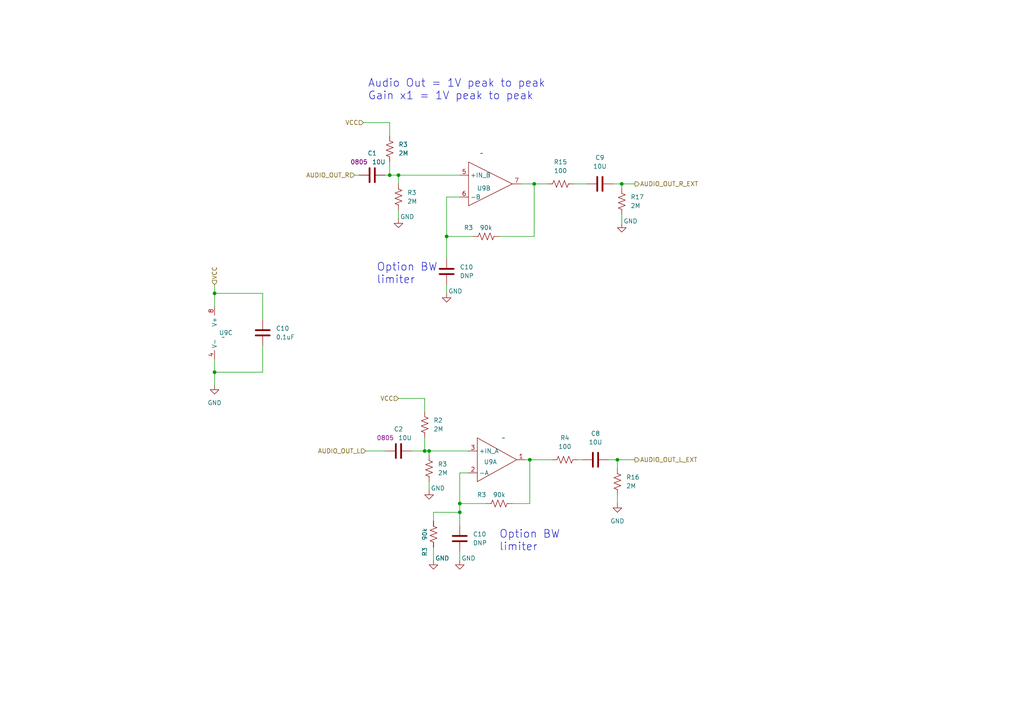
<source format=kicad_sch>
(kicad_sch (version 20230121) (generator eeschema)
  (paper "A4")
  (lib_symbols
    (symbol "Device:C" (pin_numbers hide) (pin_names (offset 0.254))
      (property "Reference" "C" (at 0.635 2.54 0))
      (property "Value" "C" (at 0.635 -2.54 0))
      (symbol "C_0_1"
        (polyline (pts (xy -2.032 -0.762) (xy 2.032 -0.762)) (stroke (width 0.508)))
        (polyline (pts (xy -2.032 0.762) (xy 2.032 0.762)) (stroke (width 0.508)))
      )
      (symbol "C_1_1"
        (pin passive line (at 0 3.81 270) (length 2.794) (name "~") (number "1"))
        (pin passive line (at 0 -3.81 90) (length 2.794) (name "~") (number "2"))
      )
    )
    (symbol "Device:R_US" (pin_numbers hide) (pin_names (offset 0))
      (property "Reference" "R" (at 2.54 0 90))
      (property "Value" "R_US" (at -2.54 0 90))
      (symbol "R_US_0_1"
        (polyline (pts (xy 0 -2.286) (xy 0 -2.54)))
        (polyline (pts (xy 0 2.286) (xy 0 2.54)))
        (polyline (pts (xy 0 -0.762) (xy 1.016 -1.143) (xy 0 -1.524) (xy -1.016 -1.905) (xy 0 -2.286)))
        (polyline (pts (xy 0 0.762) (xy 1.016 0.381) (xy 0 0) (xy -1.016 -0.381) (xy 0 -0.762)))
        (polyline (pts (xy 0 2.286) (xy 1.016 1.905) (xy 0 1.524) (xy -1.016 1.143) (xy 0 0.762)))
      )
      (symbol "R_US_1_1"
        (pin passive line (at 0 3.81 270) (length 1.27) (name "~") (number "1"))
        (pin passive line (at 0 -3.81 90) (length 1.27) (name "~") (number "2"))
      )
    )
    (symbol "OPA1688_SOIC8_1"
      (property "Reference" "U" (at 2.54 0 0))
      (symbol "OPA1688_SOIC8_1_1_1"
        (polyline (pts (xy 0 6.35) (xy 0 -6.35) (xy 11.43 0) (xy 0 6.35) (xy 0 6.35)))
        (pin output line (at 13.97 0 180) (length 2.54) (name "") (number "1"))
        (pin input line (at -2.54 3.81 0) (length 2.54) (name "-A") (number "2"))
        (pin input line (at -2.54 -2.54 0) (length 2.54) (name "+IN_A") (number "3"))
      )
      (symbol "OPA1688_SOIC8_1_2_1"
        (polyline (pts (xy 0 6.35) (xy 0 -6.35) (xy 12.7 0) (xy 0 6.35) (xy 0 6.35)))
        (pin input line (at -2.54 -2.54 0) (length 2.54) (name "+IN_B") (number "5"))
        (pin input line (at -2.54 3.81 0) (length 2.54) (name "-B") (number "6"))
        (pin output line (at 15.24 0 180) (length 2.54) (name "") (number "7"))
      )
      (symbol "OPA1688_SOIC8_1_3_1"
        (pin power_in line (at 0 -6.35 90) (length 2.54) (name "V-") (number "4"))
        (pin power_in line (at 0 8.89 270) (length 2.54) (name "V+") (number "8"))
      )
    )
    (symbol "OPA1688_SOIC8_2"
      (property "Reference" "U" (at 2.54 0 0))
      (symbol "OPA1688_SOIC8_2_1_1"
        (polyline (pts (xy 0 6.35) (xy 0 -6.35) (xy 11.43 0) (xy 0 6.35) (xy 0 6.35)))
        (pin output line (at 13.97 0 180) (length 2.54) (name "") (number "1"))
        (pin input line (at -2.54 3.81 0) (length 2.54) (name "-A") (number "2"))
        (pin input line (at -2.54 -2.54 0) (length 2.54) (name "+IN_A") (number "3"))
      )
      (symbol "OPA1688_SOIC8_2_2_1"
        (polyline (pts (xy 0 6.35) (xy 0 -6.35) (xy 12.7 0) (xy 0 6.35) (xy 0 6.35)))
        (pin input line (at -2.54 -2.54 0) (length 2.54) (name "+IN_B") (number "5"))
        (pin input line (at -2.54 3.81 0) (length 2.54) (name "-B") (number "6"))
        (pin output line (at 15.24 0 180) (length 2.54) (name "") (number "7"))
      )
      (symbol "OPA1688_SOIC8_2_3_1"
        (pin power_in line (at 0 -6.35 90) (length 2.54) (name "V-") (number "4"))
        (pin power_in line (at 0 8.89 270) (length 2.54) (name "V+") (number "8"))
      )
    )
    (symbol "Ultralibrarian_modified_symbols:OPA1688_SOIC8"
      (property "Reference" "U" (at 2.54 0 0))
      (symbol "OPA1688_SOIC8_1_1"
        (polyline (pts (xy 0 6.35) (xy 0 -8.89) (xy 17.78 0) (xy 0 10.16) (xy 0 6.35)))
        (pin output line (at 20.32 0 180) (length 2.54) (name "OUT_A") (number "1"))
        (pin input line (at -2.54 3.81 0) (length 2.54) (name "-A") (number "2"))
        (pin input line (at -2.54 -2.54 0) (length 2.54) (name "+IN_A") (number "3"))
      )
      (symbol "OPA1688_SOIC8_2_1"
        (polyline (pts (xy 0 6.35) (xy 0 -8.89) (xy 17.78 0) (xy 0 10.16) (xy 0 6.35)))
        (pin input line (at -2.54 -2.54 0) (length 2.54) (name "+IN_B") (number "5"))
        (pin input line (at -2.54 3.81 0) (length 2.54) (name "-B") (number "6"))
        (pin output line (at 20.32 0 180) (length 2.54) (name "OUT_B") (number "7"))
      )
      (symbol "OPA1688_SOIC8_3_1"
        (pin power_in line (at 0 -6.35 90) (length 2.54) (name "V-") (number "4"))
        (pin power_in line (at 0 8.89 270) (length 2.54) (name "V+") (number "8"))
      )
    )
    (symbol "power:GND" (power) (pin_names (offset 0))
      (property "Value" "GND" (at 0 -3.81 0))
      (symbol "GND_0_1"
        (polyline (pts (xy 0 0) (xy 0 -1.27) (xy 1.27 -1.27) (xy 0 -2.54) (xy -1.27 -1.27) (xy 0 -1.27)))
      )
      (symbol "GND_1_1"
        (pin power_in line (at 0 0 270) (length 0) hide (name "GND") (number "1"))
      )
    )
  )
  (junction (at 153.67 133.35))
  (junction (at 124.46 130.81))
  (junction (at 154.94 53.34))
  (junction (at 180.34 53.34))
  (junction (at 123.19 130.81))
  (junction (at 133.35 146.05))
  (junction (at 62.23 107.95))
  (junction (at 62.23 85.09))
  (junction (at 115.57 50.8))
  (junction (at 133.35 148.59))
  (junction (at 129.54 68.58))
  (junction (at 179.07 133.35))
  (junction (at 113.03 50.8))
  (wire (pts (xy 115.57 50.8) (xy 133.35 50.8)))
  (wire (pts (xy 62.23 107.95) (xy 62.23 104.14)))
  (wire (pts (xy 125.73 151.13) (xy 125.73 148.59)))
  (wire (pts (xy 184.15 53.34) (xy 180.34 53.34)))
  (wire (pts (xy 124.46 142.24) (xy 124.46 139.7)))
  (wire (pts (xy 124.46 130.81) (xy 124.46 132.08)))
  (wire (pts (xy 180.34 64.77) (xy 180.34 62.23)))
  (wire (pts (xy 125.73 162.56) (xy 125.73 158.75)))
  (wire (pts (xy 179.07 146.05) (xy 179.07 143.51)))
  (wire (pts (xy 133.35 137.16) (xy 133.35 146.05)))
  (wire (pts (xy 154.94 53.34) (xy 158.75 53.34)))
  (wire (pts (xy 113.03 46.99) (xy 113.03 50.8)))
  (wire (pts (xy 123.19 127) (xy 123.19 130.81)))
  (wire (pts (xy 123.19 130.81) (xy 124.46 130.81)))
  (wire (pts (xy 168.91 133.35) (xy 167.64 133.35)))
  (wire (pts (xy 153.67 133.35) (xy 153.67 146.05)))
  (wire (pts (xy 140.97 146.05) (xy 133.35 146.05)))
  (wire (pts (xy 62.23 85.09) (xy 62.23 88.9)))
  (wire (pts (xy 115.57 63.5) (xy 115.57 60.96)))
  (wire (pts (xy 133.35 152.4) (xy 133.35 148.59)))
  (wire (pts (xy 76.2 85.09) (xy 62.23 85.09)))
  (wire (pts (xy 180.34 53.34) (xy 177.8 53.34)))
  (wire (pts (xy 119.38 130.81) (xy 123.19 130.81)))
  (wire (pts (xy 115.57 115.57) (xy 123.19 115.57)))
  (wire (pts (xy 129.54 68.58) (xy 129.54 74.93)))
  (wire (pts (xy 76.2 107.95) (xy 62.23 107.95)))
  (wire (pts (xy 62.23 111.76) (xy 62.23 107.95)))
  (wire (pts (xy 170.18 53.34) (xy 166.37 53.34)))
  (wire (pts (xy 76.2 92.71) (xy 76.2 85.09)))
  (wire (pts (xy 123.19 115.57) (xy 123.19 119.38)))
  (wire (pts (xy 125.73 148.59) (xy 133.35 148.59)))
  (wire (pts (xy 153.67 133.35) (xy 160.02 133.35)))
  (wire (pts (xy 106.045 130.81) (xy 111.76 130.81)))
  (wire (pts (xy 144.78 68.58) (xy 154.94 68.58)))
  (wire (pts (xy 133.35 148.59) (xy 133.35 146.05)))
  (wire (pts (xy 133.35 137.16) (xy 135.89 137.16)))
  (wire (pts (xy 102.87 50.8) (xy 104.14 50.8)))
  (wire (pts (xy 180.34 53.34) (xy 180.34 54.61)))
  (wire (pts (xy 76.2 100.33) (xy 76.2 107.95)))
  (wire (pts (xy 129.54 68.58) (xy 129.54 57.15)))
  (wire (pts (xy 129.54 57.15) (xy 133.35 57.15)))
  (wire (pts (xy 184.15 133.35) (xy 179.07 133.35)))
  (wire (pts (xy 179.07 133.35) (xy 179.07 135.89)))
  (wire (pts (xy 133.35 162.56) (xy 133.35 160.02)))
  (wire (pts (xy 151.13 53.34) (xy 154.94 53.34)))
  (wire (pts (xy 105.41 35.56) (xy 113.03 35.56)))
  (wire (pts (xy 129.54 85.09) (xy 129.54 82.55)))
  (wire (pts (xy 148.59 146.05) (xy 153.67 146.05)))
  (wire (pts (xy 179.07 133.35) (xy 176.53 133.35)))
  (wire (pts (xy 62.23 82.55) (xy 62.23 85.09)))
  (wire (pts (xy 152.4 133.35) (xy 153.67 133.35)))
  (wire (pts (xy 113.03 35.56) (xy 113.03 39.37)))
  (wire (pts (xy 113.03 50.8) (xy 115.57 50.8)))
  (wire (pts (xy 137.16 68.58) (xy 129.54 68.58)))
  (wire (pts (xy 124.46 130.81) (xy 135.89 130.81)))
  (wire (pts (xy 154.94 68.58) (xy 154.94 53.34)))
  (wire (pts (xy 111.76 50.8) (xy 113.03 50.8)))
  (wire (pts (xy 115.57 50.8) (xy 115.57 53.34)))
  (text "Audio Out = 1V peak to peak\nGain x1 = 1V peak to peak" (at 106.68 29.21 0) (effects (font (size 2.27 2.27)) (justify left bottom)))
  (text "Option BW\nlimiter" (at 144.78 160.02 0) (effects (font (size 2.27 2.27)) (justify left bottom)))
  (text "Option BW\nlimiter" (at 109.22 82.55 0) (effects (font (size 2.27 2.27)) (justify left bottom)))
  (hierarchical_label "AUDIO_OUT_R_EXT" (shape output) (at 184.15 53.34 0))
  (hierarchical_label "AUDIO_OUT_R" (shape input) (at 102.87 50.8 180))
  (hierarchical_label "AUDIO_OUT_L_EXT" (shape output) (at 184.15 133.35 0))
  (hierarchical_label "VCC" (shape input) (at 115.57 115.57 180))
  (hierarchical_label "VCC" (shape input) (at 105.41 35.56 180))
  (hierarchical_label "VCC" (shape input) (at 62.23 82.55 90))
  (hierarchical_label "AUDIO_OUT_L" (shape input) (at 106.045 130.81 180))
  (symbol (lib_id "power:GND") (at 62.23 111.76 0) (unit 1)
    (property "Reference" "#PWR07" (effects hide))
    (property "Value" "GND" (at 62.23 116.84 0))
    (instances (project "DaisySeedBreakout" (path "" (reference "#PWR07") (unit 1)) (path "" (reference "#PWR010") (unit 1))) (project "DaisySeedAccessories" (path "" (reference "#PWR09") (unit 1))))
  )
  (symbol (lib_id "Device:C") (at 129.54 78.74 0) (unit 1)
    (property "Reference" "C10" (at 133.35 77.47 0) (effects (justify left)))
    (property "Value" "DNP" (at 133.35 80.01 0) (effects (justify left)))
    (property "Footprint" "Capacitor_SMD:C_0402_1005Metric" (effects hide))
    (instances (project "DaisySeedBreakout" (path "" (reference "C10") (unit 1)) (path "" (reference "C71") (unit 1))) (project "DaisySeedAccessories" (path "" (reference "C8") (unit 1))))
  )
  (symbol (lib_id "Device:C") (at 115.57 130.81 90) (unit 1)
    (property "Reference" "C2" (at 115.57 124.46 90))
    (property "Value" "10U" (at 117.475 127 90))
    (property "Footprint" "Capacitor_SMD:C_0805_2012Metric" (effects hide))
    (property "Specs" "0805" (at 111.76 127 90))
    (instances (project "DaisySeedBreakout" (path "" (reference "C2") (unit 1)) (path "" (reference "C4") (unit 1))) (project "DaisySeedAccessories" (path "" (reference "C7") (unit 1))))
  )
  (symbol (lib_id "Device:R_US") (at 124.46 135.89 0) (unit 1)
    (property "Reference" "R3" (at 127 134.62 0) (effects (justify left)))
    (property "Value" "2M" (at 127 137.16 0) (effects (justify left)))
    (property "Footprint" "Resistor_SMD:R_0402_1005Metric" (effects hide))
    (instances (project "DaisySeedBreakout" (path "" (reference "R3") (unit 1)) (path "" (reference "R10") (unit 1))) (project "DaisySeedAccessories" (path "" (reference "R9") (unit 1))))
  )
  (symbol (lib_name "OPA1688_SOIC8_1") (lib_id "Ultralibrarian_modified_symbols:OPA1688_SOIC8") (at 138.43 133.35 0) (mirror x) (unit 1)
    (property "Reference" "U9" (at 142.24 133.985 0))
    (property "Value" "~" (at 146.05 127 0))
    (property "Footprint" "Ultralibrarian:D8_TEX" (effects hide))
    (instances (project "DaisySeedBreakout" (path "" (reference "U9") (unit 1)) (path "" (reference "U3") (unit 1))) (project "DaisySeedAccessories" (path "" (reference "U2") (unit 1))))
  )
  (symbol (lib_id "Device:C") (at 172.72 133.35 90) (unit 1)
    (property "Reference" "C8" (at 172.72 125.73 90))
    (property "Value" "10U" (at 172.72 128.27 90))
    (property "Footprint" "Capacitor_SMD:C_0805_2012Metric" (effects hide))
    (instances (project "DaisySeedBreakout" (path "" (reference "C8") (unit 1)) (path "" (reference "C11") (unit 1))) (project "DaisySeedAccessories" (path "" (reference "C10") (unit 1))))
  )
  (symbol (lib_id "Device:R_US") (at 140.97 68.58 90) (unit 1)
    (property "Reference" "R3" (at 135.89 66.04 90))
    (property "Value" "90k" (at 140.97 66.04 90))
    (property "Footprint" "Resistor_SMD:R_0402_1005Metric" (effects hide))
    (instances (project "DaisySeedBreakout" (path "" (reference "R3") (unit 1)) (path "" (reference "R66") (unit 1))) (project "DaisySeedAccessories" (path "" (reference "R10") (unit 1))))
  )
  (symbol (lib_id "power:GND") (at 129.54 85.09 0) (unit 1)
    (property "Reference" "#PWR05" (effects hide))
    (property "Value" "GND" (at 132.08 84.455 0))
    (instances (project "DaisySeedBreakout" (path "" (reference "#PWR05") (unit 1)) (path "" (reference "#PWR0173") (unit 1))) (project "DaisySeedAccessories" (path "" (reference "#PWR013") (unit 1))))
  )
  (symbol (lib_id "Device:C") (at 107.95 50.8 90) (unit 1)
    (property "Reference" "C1" (at 107.95 44.45 90))
    (property "Value" "10U" (at 109.855 46.99 90))
    (property "Footprint" "Capacitor_SMD:C_0805_2012Metric" (effects hide))
    (property "Specs" "0805" (at 104.14 46.99 90))
    (instances (project "DaisySeedBreakout" (path "" (reference "C1") (unit 1)) (path "" (reference "C5") (unit 1))) (project "DaisySeedAccessories" (path "" (reference "C6") (unit 1))))
  )
  (symbol (lib_id "Device:R_US") (at 115.57 57.15 0) (unit 1)
    (property "Reference" "R3" (at 118.11 55.88 0) (effects (justify left)))
    (property "Value" "2M" (at 118.11 58.42 0) (effects (justify left)))
    (property "Footprint" "Resistor_SMD:R_0402_1005Metric" (effects hide))
    (instances (project "DaisySeedBreakout" (path "" (reference "R3") (unit 1)) (path "" (reference "R67") (unit 1))) (project "DaisySeedAccessories" (path "" (reference "R7") (unit 1))))
  )
  (symbol (lib_id "Device:R_US") (at 163.83 133.35 90) (unit 1)
    (property "Reference" "R4" (at 163.83 127 90))
    (property "Value" "100" (at 163.83 129.54 90))
    (property "Footprint" "Resistor_SMD:R_0402_1005Metric" (effects hide))
    (instances (project "DaisySeedBreakout" (path "" (reference "R4") (unit 1)) (path "" (reference "R18") (unit 1))) (project "DaisySeedAccessories" (path "" (reference "R13") (unit 1))))
  )
  (symbol (lib_id "Device:R_US") (at 125.73 154.94 180) (unit 1)
    (property "Reference" "R3" (at 123.19 160.02 90))
    (property "Value" "90k" (at 123.19 154.94 90))
    (property "Footprint" "Resistor_SMD:R_0402_1005Metric" (effects hide))
    (instances (project "DaisySeedBreakout" (path "" (reference "R3") (unit 1)) (path "" (reference "R8") (unit 1))) (project "DaisySeedAccessories" (path "" (reference "R16") (unit 1))))
  )
  (symbol (lib_name "OPA1688_SOIC8_2") (lib_id "Ultralibrarian_modified_symbols:OPA1688_SOIC8") (at 135.89 53.34 0) (mirror x) (unit 2)
    (property "Reference" "U9" (at 140.335 54.61 0))
    (property "Value" "~" (at 139.7 44.45 0))
    (property "Footprint" "Ultralibrarian:D8_TEX" (effects hide))
    (instances (project "DaisySeedBreakout" (path "" (reference "U9") (unit 2)) (path "" (reference "U3") (unit 2))) (project "DaisySeedAccessories" (path "" (reference "U2") (unit 2))))
  )
  (symbol (lib_id "Device:C") (at 76.2 96.52 0) (unit 1)
    (property "Reference" "C10" (at 80.01 95.25 0) (effects (justify left)))
    (property "Value" "0.1uF" (at 80.01 97.79 0) (effects (justify left)))
    (property "Footprint" "Capacitor_SMD:C_0402_1005Metric" (effects hide))
    (instances (project "DaisySeedBreakout" (path "" (reference "C10") (unit 1)) (path "" (reference "C24") (unit 1))) (project "DaisySeedAccessories" (path "" (reference "C5") (unit 1))))
  )
  (symbol (lib_id "power:GND") (at 125.73 162.56 0) (unit 1)
    (property "Reference" "#PWR05" (effects hide))
    (property "Value" "GND" (at 128.27 161.925 0))
    (instances (project "DaisySeedBreakout" (path "" (reference "#PWR05") (unit 1)) (path "" (reference "#PWR09") (unit 1))) (project "DaisySeedAccessories" (path "" (reference "#PWR017") (unit 1))))
  )
  (symbol (lib_id "power:GND") (at 124.46 142.24 0) (unit 1)
    (property "Reference" "#PWR05" (effects hide))
    (property "Value" "GND" (at 127 141.605 0))
    (instances (project "DaisySeedBreakout" (path "" (reference "#PWR05") (unit 1)) (path "" (reference "#PWR0169") (unit 1))) (project "DaisySeedAccessories" (path "" (reference "#PWR012") (unit 1))))
  )
  (symbol (lib_id "power:GND") (at 180.34 64.77 0) (unit 1)
    (property "Reference" "#PWR05" (effects hide))
    (property "Value" "GND" (at 182.88 64.135 0))
    (instances (project "DaisySeedBreakout" (path "" (reference "#PWR05") (unit 1)) (path "" (reference "#PWR012") (unit 1))) (project "DaisySeedAccessories" (path "" (reference "#PWR016") (unit 1))))
  )
  (symbol (lib_id "Device:C") (at 133.35 156.21 0) (unit 1)
    (property "Reference" "C10" (at 137.16 154.94 0) (effects (justify left)))
    (property "Value" "DNP" (at 137.16 157.48 0) (effects (justify left)))
    (property "Footprint" "Capacitor_SMD:C_0402_1005Metric" (effects hide))
    (instances (project "DaisySeedBreakout" (path "" (reference "C10") (unit 1)) (path "" (reference "C70") (unit 1))) (project "DaisySeedAccessories" (path "" (reference "C9") (unit 1))))
  )
  (symbol (lib_id "Device:R_US") (at 113.03 43.18 0) (unit 1)
    (property "Reference" "R3" (at 115.57 41.91 0) (effects (justify left)))
    (property "Value" "2M" (at 115.57 44.45 0) (effects (justify left)))
    (property "Footprint" "Resistor_SMD:R_0402_1005Metric" (effects hide))
    (instances (project "DaisySeedBreakout" (path "" (reference "R3") (unit 1)) (path "" (reference "R9") (unit 1))) (project "DaisySeedAccessories" (path "" (reference "R6") (unit 1))))
  )
  (symbol (lib_id "power:GND") (at 133.35 162.56 0) (unit 1)
    (property "Reference" "#PWR05" (effects hide))
    (property "Value" "GND" (at 135.89 161.925 0))
    (instances (project "DaisySeedBreakout" (path "" (reference "#PWR05") (unit 1)) (path "" (reference "#PWR09") (unit 1))) (project "DaisySeedAccessories" (path "" (reference "#PWR014") (unit 1))))
  )
  (symbol (lib_id "power:GND") (at 179.07 146.05 0) (unit 1)
    (property "Reference" "#PWR06" (effects hide))
    (property "Value" "GND" (at 179.07 151.13 0))
    (instances (project "DaisySeedBreakout" (path "" (reference "#PWR06") (unit 1)) (path "" (reference "#PWR011") (unit 1))) (project "DaisySeedAccessories" (path "" (reference "#PWR015") (unit 1))))
  )
  (symbol (lib_id "Ultralibrarian_modified_symbols:OPA1688_SOIC8") (at 62.23 97.79 0) (unit 3)
    (property "Reference" "U9" (at 63.5 96.52 0) (effects (justify left)))
    (property "Value" "~" (at 64.77 97.79 0))
    (property "Footprint" "Ultralibrarian:D8_TEX" (effects hide))
    (instances (project "DaisySeedBreakout" (path "" (reference "U9") (unit 3)) (path "" (reference "U3") (unit 3))) (project "DaisySeedAccessories" (path "" (reference "U2") (unit 3))))
  )
  (symbol (lib_id "power:GND") (at 115.57 63.5 0) (unit 1)
    (property "Reference" "#PWR05" (effects hide))
    (property "Value" "GND" (at 118.11 62.865 0))
    (instances (project "DaisySeedBreakout" (path "" (reference "#PWR05") (unit 1)) (path "" (reference "#PWR08") (unit 1))) (project "DaisySeedAccessories" (path "" (reference "#PWR011") (unit 1))))
  )
  (symbol (lib_id "Device:R_US") (at 162.56 53.34 90) (unit 1)
    (property "Reference" "R15" (at 162.56 46.99 90))
    (property "Value" "100" (at 162.56 49.53 90))
    (property "Footprint" "Resistor_SMD:R_0402_1005Metric" (effects hide))
    (instances (project "DaisySeedBreakout" (path "" (reference "R15") (unit 1)) (path "" (reference "R19") (unit 1))) (project "DaisySeedAccessories" (path "" (reference "R12") (unit 1))))
  )
  (symbol (lib_id "Device:C") (at 173.99 53.34 90) (unit 1)
    (property "Reference" "C9" (at 173.99 45.72 90))
    (property "Value" "10U" (at 173.99 48.26 90))
    (property "Footprint" "Capacitor_SMD:C_0805_2012Metric" (effects hide))
    (instances (project "DaisySeedBreakout" (path "" (reference "C9") (unit 1)) (path "" (reference "C17") (unit 1))) (project "DaisySeedAccessories" (path "" (reference "C11") (unit 1))))
  )
  (symbol (lib_id "Device:R_US") (at 180.34 58.42 0) (unit 1)
    (property "Reference" "R17" (at 182.88 57.15 0) (effects (justify left)))
    (property "Value" "2M" (at 182.88 59.69 0) (effects (justify left)))
    (property "Footprint" "Resistor_SMD:R_0402_1005Metric" (effects hide))
    (instances (project "DaisySeedBreakout" (path "" (reference "R17") (unit 1)) (path "" (reference "R25") (unit 1))) (project "DaisySeedAccessories" (path "" (reference "R15") (unit 1))))
  )
  (symbol (lib_id "Device:R_US") (at 123.19 123.19 0) (unit 1)
    (property "Reference" "R2" (at 125.73 121.92 0) (effects (justify left)))
    (property "Value" "2M" (at 125.73 124.46 0) (effects (justify left)))
    (property "Footprint" "Resistor_SMD:R_0402_1005Metric" (effects hide))
    (instances (project "DaisySeedBreakout" (path "" (reference "R2") (unit 1)) (path "" (reference "R7") (unit 1))) (project "DaisySeedAccessories" (path "" (reference "R8") (unit 1))))
  )
  (symbol (lib_id "Device:R_US") (at 179.07 139.7 0) (unit 1)
    (property "Reference" "R16" (at 181.61 138.43 0) (effects (justify left)))
    (property "Value" "2M" (at 181.61 140.97 0) (effects (justify left)))
    (property "Footprint" "Resistor_SMD:R_0402_1005Metric" (effects hide))
    (instances (project "DaisySeedBreakout" (path "" (reference "R16") (unit 1)) (path "" (reference "R24") (unit 1))) (project "DaisySeedAccessories" (path "" (reference "R14") (unit 1))))
  )
  (symbol (lib_id "Device:R_US") (at 144.78 146.05 90) (unit 1)
    (property "Reference" "R3" (at 139.7 143.51 90))
    (property "Value" "90k" (at 144.78 143.51 90))
    (property "Footprint" "Resistor_SMD:R_0402_1005Metric" (effects hide))
    (instances (project "DaisySeedBreakout" (path "" (reference "R3") (unit 1)) (path "" (reference "R8") (unit 1))) (project "DaisySeedAccessories" (path "" (reference "R11") (unit 1))))
  )
)
</source>
